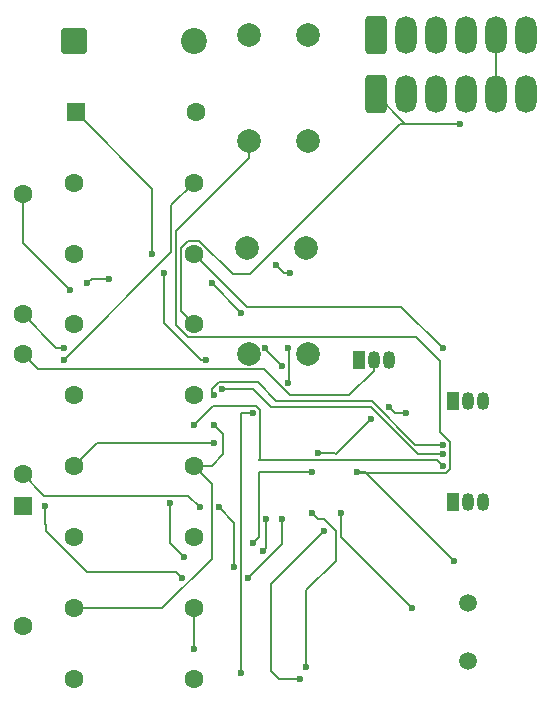
<source format=gbr>
%TF.GenerationSoftware,KiCad,Pcbnew,9.0.2*%
%TF.CreationDate,2025-06-01T20:36:06+02:00*%
%TF.ProjectId,IBIS,49424953-2e6b-4696-9361-645f70636258,rev?*%
%TF.SameCoordinates,Original*%
%TF.FileFunction,Copper,L2,Bot*%
%TF.FilePolarity,Positive*%
%FSLAX46Y46*%
G04 Gerber Fmt 4.6, Leading zero omitted, Abs format (unit mm)*
G04 Created by KiCad (PCBNEW 9.0.2) date 2025-06-01 20:36:06*
%MOMM*%
%LPD*%
G01*
G04 APERTURE LIST*
G04 Aperture macros list*
%AMRoundRect*
0 Rectangle with rounded corners*
0 $1 Rounding radius*
0 $2 $3 $4 $5 $6 $7 $8 $9 X,Y pos of 4 corners*
0 Add a 4 corners polygon primitive as box body*
4,1,4,$2,$3,$4,$5,$6,$7,$8,$9,$2,$3,0*
0 Add four circle primitives for the rounded corners*
1,1,$1+$1,$2,$3*
1,1,$1+$1,$4,$5*
1,1,$1+$1,$6,$7*
1,1,$1+$1,$8,$9*
0 Add four rect primitives between the rounded corners*
20,1,$1+$1,$2,$3,$4,$5,0*
20,1,$1+$1,$4,$5,$6,$7,0*
20,1,$1+$1,$6,$7,$8,$9,0*
20,1,$1+$1,$8,$9,$2,$3,0*%
G04 Aperture macros list end*
%TA.AperFunction,ComponentPad*%
%ADD10R,1.050000X1.500000*%
%TD*%
%TA.AperFunction,ComponentPad*%
%ADD11O,1.050000X1.500000*%
%TD*%
%TA.AperFunction,ComponentPad*%
%ADD12C,1.600000*%
%TD*%
%TA.AperFunction,ComponentPad*%
%ADD13C,2.000000*%
%TD*%
%TA.AperFunction,ComponentPad*%
%ADD14RoundRect,0.250000X-0.550000X0.550000X-0.550000X-0.550000X0.550000X-0.550000X0.550000X0.550000X0*%
%TD*%
%TA.AperFunction,ComponentPad*%
%ADD15RoundRect,0.250000X-0.650000X-1.350000X0.650000X-1.350000X0.650000X1.350000X-0.650000X1.350000X0*%
%TD*%
%TA.AperFunction,ComponentPad*%
%ADD16O,1.800000X3.200000*%
%TD*%
%TA.AperFunction,ComponentPad*%
%ADD17RoundRect,0.250000X-0.550000X-0.550000X0.550000X-0.550000X0.550000X0.550000X-0.550000X0.550000X0*%
%TD*%
%TA.AperFunction,ComponentPad*%
%ADD18C,1.500000*%
%TD*%
%TA.AperFunction,ComponentPad*%
%ADD19RoundRect,0.249999X-0.850001X-0.850001X0.850001X-0.850001X0.850001X0.850001X-0.850001X0.850001X0*%
%TD*%
%TA.AperFunction,ComponentPad*%
%ADD20C,2.200000*%
%TD*%
%TA.AperFunction,ViaPad*%
%ADD21C,0.600000*%
%TD*%
%TA.AperFunction,Conductor*%
%ADD22C,0.200000*%
%TD*%
G04 APERTURE END LIST*
D10*
%TO.P,T2,1,C*%
%TO.N,Net-(T2-C)*%
X90460000Y-85000000D03*
D11*
%TO.P,T2,2,B*%
%TO.N,Net-(D2-A)*%
X91730000Y-85000000D03*
%TO.P,T2,3,E*%
%TO.N,Net-(D2-K)*%
X93000000Y-85000000D03*
%TD*%
D12*
%TO.P,R1,1*%
%TO.N,Net-(U1-TXD)*%
X54000000Y-82660000D03*
%TO.P,R1,2*%
%TO.N,Net-(T0-B)*%
X54000000Y-72500000D03*
%TD*%
D13*
%TO.P,C3,1*%
%TO.N,Net-(U1-V3)*%
X73000000Y-63500000D03*
%TO.P,C3,2*%
%TO.N,GND*%
X78000000Y-63500000D03*
%TD*%
%TO.P,C2,1*%
%TO.N,Net-(U1-XO)*%
X73140000Y-54500000D03*
%TO.P,C2,2*%
%TO.N,GND*%
X78140000Y-54500000D03*
%TD*%
D12*
%TO.P,R4,1*%
%TO.N,GND*%
X58340000Y-64000000D03*
%TO.P,R4,2*%
%TO.N,Net-(D1-K)*%
X68500000Y-64000000D03*
%TD*%
D13*
%TO.P,C4,1*%
%TO.N,VCC*%
X73140000Y-72500000D03*
%TO.P,C4,2*%
%TO.N,GND*%
X78140000Y-72500000D03*
%TD*%
D12*
%TO.P,R8,1*%
%TO.N,Net-(D2-A)*%
X58340000Y-88000000D03*
%TO.P,R8,2*%
%TO.N,Net-(J2-Pin_2)*%
X68500000Y-88000000D03*
%TD*%
%TO.P,R3,1*%
%TO.N,/DTR*%
X58340000Y-58000000D03*
%TO.P,R3,2*%
%TO.N,Net-(R3-Pad2)*%
X68500000Y-58000000D03*
%TD*%
D10*
%TO.P,T0,1,C*%
%TO.N,GND*%
X82460000Y-73000000D03*
D11*
%TO.P,T0,2,B*%
%TO.N,Net-(T0-B)*%
X83730000Y-73000000D03*
%TO.P,T0,3,E*%
%TO.N,Net-(J2-Pin_5)*%
X85000000Y-73000000D03*
%TD*%
D14*
%TO.P,D1,1,K*%
%TO.N,Net-(D1-K)*%
X54000000Y-85340000D03*
D12*
%TO.P,D1,2,A*%
%TO.N,GND*%
X54000000Y-95500000D03*
%TD*%
%TO.P,R5,1*%
%TO.N,Net-(J2-Pin_5)*%
X58340000Y-70000000D03*
%TO.P,R5,2*%
%TO.N,Net-(J2-Pin_1)*%
X68500000Y-70000000D03*
%TD*%
D15*
%TO.P,J2,1,Pin_1*%
%TO.N,Net-(J2-Pin_1)*%
X83890000Y-45500000D03*
X83890000Y-50500000D03*
D16*
%TO.P,J2,2,Pin_2*%
%TO.N,Net-(J2-Pin_2)*%
X86430000Y-45500000D03*
X86430000Y-50500000D03*
%TO.P,J2,3,Pin_3*%
%TO.N,GND*%
X88970000Y-45500000D03*
X88970000Y-50500000D03*
%TO.P,J2,4,Pin_4*%
X91510000Y-45500000D03*
X91510000Y-50500000D03*
%TO.P,J2,5,Pin_5*%
%TO.N,Net-(J2-Pin_5)*%
X94050000Y-45500000D03*
X94050000Y-50500000D03*
%TO.P,J2,6,Pin_6*%
%TO.N,GND*%
X96590000Y-45500000D03*
X96590000Y-50500000D03*
%TD*%
D17*
%TO.P,D2,1,K*%
%TO.N,Net-(D2-K)*%
X58500000Y-52000000D03*
D12*
%TO.P,D2,2,A*%
%TO.N,Net-(D2-A)*%
X68660000Y-52000000D03*
%TD*%
D18*
%TO.P,X1,1,1*%
%TO.N,Net-(U1-XI)*%
X91730000Y-98500000D03*
%TO.P,X1,2,2*%
%TO.N,Net-(U1-XO)*%
X91730000Y-93620000D03*
%TD*%
D12*
%TO.P,R6,1*%
%TO.N,Net-(R3-Pad2)*%
X58340000Y-76000000D03*
%TO.P,R6,2*%
%TO.N,Net-(T2-C)*%
X68500000Y-76000000D03*
%TD*%
D19*
%TO.P,D3,1,K*%
%TO.N,Net-(D2-K)*%
X58340000Y-46000000D03*
D20*
%TO.P,D3,2,A*%
%TO.N,GND*%
X68500000Y-46000000D03*
%TD*%
D10*
%TO.P,T1,1,C*%
%TO.N,GND*%
X90460000Y-76500000D03*
D11*
%TO.P,T1,2,B*%
%TO.N,Net-(D1-K)*%
X91730000Y-76500000D03*
%TO.P,T1,3,E*%
%TO.N,Net-(J2-Pin_1)*%
X93000000Y-76500000D03*
%TD*%
D12*
%TO.P,R9,1*%
%TO.N,Net-(D2-K)*%
X58340000Y-94000000D03*
%TO.P,R9,2*%
%TO.N,Net-(J2-Pin_5)*%
X68500000Y-94000000D03*
%TD*%
%TO.P,R7,1*%
%TO.N,Net-(D2-A)*%
X58340000Y-82000000D03*
%TO.P,R7,2*%
%TO.N,Net-(D2-K)*%
X68500000Y-82000000D03*
%TD*%
D13*
%TO.P,C1,1*%
%TO.N,Net-(U1-XI)*%
X73140000Y-45500000D03*
%TO.P,C1,2*%
%TO.N,GND*%
X78140000Y-45500000D03*
%TD*%
D12*
%TO.P,R2,1*%
%TO.N,/RXD*%
X54000000Y-69160000D03*
%TO.P,R2,2*%
%TO.N,Net-(T2-C)*%
X54000000Y-59000000D03*
%TD*%
%TO.P,R10,1*%
%TO.N,Net-(J2-Pin_2)*%
X58340000Y-100000000D03*
%TO.P,R10,2*%
%TO.N,Net-(J2-Pin_5)*%
X68500000Y-100000000D03*
%TD*%
D21*
%TO.N,Net-(D2-K)*%
X70201000Y-76000000D03*
X69500000Y-73000000D03*
X70201000Y-78500000D03*
X65977510Y-65673960D03*
X65000000Y-64000000D03*
X89570000Y-80199997D03*
%TO.N,Net-(D1-K)*%
X89570000Y-72000000D03*
X61344265Y-66155735D03*
X59500000Y-66500000D03*
%TO.N,Net-(J2-Pin_1)*%
X91000000Y-53000000D03*
%TO.N,Net-(T2-C)*%
X68500000Y-78500000D03*
X89570000Y-82000000D03*
X58000000Y-67100000D03*
%TO.N,Net-(D2-A)*%
X70900000Y-75500000D03*
X70201000Y-80000000D03*
X89570000Y-81000000D03*
%TO.N,Net-(J1-D+)*%
X78000000Y-99000000D03*
X78500000Y-86000000D03*
%TO.N,VCC*%
X72500000Y-99500000D03*
X73500000Y-77500000D03*
%TO.N,Net-(U1-XI)*%
X81000000Y-86000000D03*
X87000000Y-94000000D03*
%TO.N,Net-(U1-XO)*%
X82304000Y-82500000D03*
X90500000Y-90000000D03*
%TO.N,Net-(U1-TXD)*%
X71900000Y-90500000D03*
X74338235Y-89161765D03*
X74600000Y-86500000D03*
X69000000Y-85500000D03*
X70600000Y-85500000D03*
%TO.N,Net-(U1-V3)*%
X76500000Y-72000000D03*
X76500000Y-75000000D03*
X75500000Y-65000000D03*
X76674265Y-65674265D03*
%TO.N,Net-(J1-D-)*%
X79500000Y-87500000D03*
X77500000Y-100000000D03*
%TO.N,Net-(J2-Pin_2)*%
X78500000Y-82500000D03*
X85000000Y-77000000D03*
X83504000Y-78000000D03*
X79000000Y-80900000D03*
X73500000Y-88500000D03*
X86500000Y-77500000D03*
%TO.N,Net-(J2-Pin_5)*%
X67500000Y-91500000D03*
X68500000Y-97500000D03*
X55863080Y-85363080D03*
%TO.N,/RXD*%
X57500000Y-72000000D03*
X76000000Y-86500000D03*
X66500000Y-85100000D03*
X67674265Y-89674265D03*
X73100000Y-91500000D03*
%TO.N,/DTR*%
X74547870Y-71982401D03*
X72500000Y-69000000D03*
X76000000Y-73500000D03*
X70000000Y-66500000D03*
%TO.N,Net-(R3-Pad2)*%
X57500000Y-73000000D03*
%TD*%
D22*
%TO.N,Net-(D2-K)*%
X73899000Y-74899000D02*
X70601000Y-74899000D01*
X58340000Y-94000000D02*
X65849943Y-94000000D01*
X89570000Y-80199997D02*
X87267097Y-80199997D01*
X71000000Y-81000000D02*
X70000000Y-82000000D01*
X58500000Y-52000000D02*
X65000000Y-58500000D01*
X65977510Y-65673960D02*
X65977510Y-69877510D01*
X83567100Y-76500000D02*
X75500000Y-76500000D01*
X71000000Y-79299000D02*
X71000000Y-81000000D01*
X87267097Y-80199997D02*
X83567100Y-76500000D01*
X70000000Y-75500000D02*
X70000000Y-76000000D01*
X70000000Y-89849943D02*
X70000000Y-83500000D01*
X70000000Y-76000000D02*
X70201000Y-76000000D01*
X65849943Y-94000000D02*
X70000000Y-89849943D01*
X70601000Y-74899000D02*
X70000000Y-75500000D01*
X70000000Y-83500000D02*
X68500000Y-82000000D01*
X69100000Y-73000000D02*
X69500000Y-73000000D01*
X70000000Y-82000000D02*
X68500000Y-82000000D01*
X65000000Y-58500000D02*
X65000000Y-64000000D01*
X70201000Y-78500000D02*
X71000000Y-79299000D01*
X65977510Y-69877510D02*
X69100000Y-73000000D01*
X75500000Y-76500000D02*
X73899000Y-74899000D01*
%TO.N,Net-(D1-K)*%
X61344265Y-66155735D02*
X59844265Y-66155735D01*
X89570000Y-72000000D02*
X86070000Y-68500000D01*
X73000000Y-68500000D02*
X68500000Y-64000000D01*
X59844265Y-66155735D02*
X59500000Y-66500000D01*
X86070000Y-68500000D02*
X73000000Y-68500000D01*
%TO.N,Net-(J2-Pin_1)*%
X86000000Y-53000000D02*
X73273500Y-65726500D01*
X86390000Y-53000000D02*
X83890000Y-50500000D01*
X68956050Y-62899000D02*
X68043950Y-62899000D01*
X86500000Y-53000000D02*
X86390000Y-53000000D01*
X91000000Y-53000000D02*
X86500000Y-53000000D01*
X68043950Y-62899000D02*
X67399000Y-63543950D01*
X67399000Y-68899000D02*
X68500000Y-70000000D01*
X86500000Y-53000000D02*
X86000000Y-53000000D01*
X67399000Y-63543950D02*
X67399000Y-68899000D01*
X73273500Y-65726500D02*
X71783550Y-65726500D01*
X71783550Y-65726500D02*
X68956050Y-62899000D01*
%TO.N,Net-(T2-C)*%
X89570000Y-82000000D02*
X89070000Y-81500000D01*
X74101000Y-77251057D02*
X74101000Y-81399000D01*
X58000000Y-67100000D02*
X54000000Y-63100000D01*
X70101000Y-76899000D02*
X73748943Y-76899000D01*
X68500000Y-78500000D02*
X70101000Y-76899000D01*
X74101000Y-81399000D02*
X74000000Y-81500000D01*
X89070000Y-81500000D02*
X74000000Y-81500000D01*
X54000000Y-63100000D02*
X54000000Y-59000000D01*
X73748943Y-76899000D02*
X74101000Y-77251057D01*
%TO.N,Net-(D2-A)*%
X70201000Y-80000000D02*
X60340000Y-80000000D01*
X87500000Y-81000000D02*
X83500000Y-77000000D01*
X89570000Y-81000000D02*
X87500000Y-81000000D01*
X60340000Y-80000000D02*
X58340000Y-82000000D01*
X75000000Y-77000000D02*
X73500000Y-75500000D01*
X73500000Y-75500000D02*
X70900000Y-75500000D01*
X83500000Y-77000000D02*
X75000000Y-77000000D01*
%TO.N,Net-(J1-D+)*%
X79000000Y-86500000D02*
X79500000Y-86500000D01*
X80500000Y-87500000D02*
X80500000Y-90000000D01*
X78500000Y-86000000D02*
X79000000Y-86500000D01*
X80500000Y-90000000D02*
X78000000Y-92500000D01*
X79500000Y-86500000D02*
X80500000Y-87500000D01*
X78000000Y-92500000D02*
X78000000Y-99000000D01*
%TO.N,VCC*%
X73500000Y-77500000D02*
X72500000Y-77500000D01*
X72500000Y-99500000D02*
X72500000Y-77500000D01*
%TO.N,Net-(U1-XI)*%
X81000000Y-88000000D02*
X87000000Y-94000000D01*
X81000000Y-86000000D02*
X81000000Y-88000000D01*
%TO.N,Net-(T0-B)*%
X83730000Y-73950000D02*
X83730000Y-73000000D01*
X76650057Y-76000000D02*
X81680000Y-76000000D01*
X74451057Y-73801000D02*
X76650057Y-76000000D01*
X54000000Y-72500000D02*
X55301000Y-73801000D01*
X81680000Y-76000000D02*
X83730000Y-73950000D01*
X55301000Y-73801000D02*
X74451057Y-73801000D01*
%TO.N,Net-(U1-XO)*%
X73140000Y-55914213D02*
X73140000Y-54500000D01*
X90500000Y-90000000D02*
X83000000Y-82500000D01*
X68043950Y-71101000D02*
X66998000Y-70055050D01*
X66998000Y-70055050D02*
X66998000Y-62056213D01*
X83000000Y-82500000D02*
X82500000Y-82500000D01*
X90171000Y-79951054D02*
X89321057Y-79101111D01*
X89321057Y-79101111D02*
X89321057Y-73098886D01*
X89818943Y-82601000D02*
X90171000Y-82248943D01*
X89321057Y-73098886D02*
X87323171Y-71101000D01*
X82405000Y-82601000D02*
X89818943Y-82601000D01*
X66998000Y-62056213D02*
X73140000Y-55914213D01*
X90171000Y-82248943D02*
X90171000Y-79951054D01*
X82304000Y-82500000D02*
X82405000Y-82601000D01*
X87323171Y-71101000D02*
X68043950Y-71101000D01*
%TO.N,Net-(U1-TXD)*%
X71900000Y-86800000D02*
X71900000Y-90500000D01*
X61500000Y-84500000D02*
X68000000Y-84500000D01*
X68000000Y-84500000D02*
X69000000Y-85500000D01*
X70600000Y-85500000D02*
X71900000Y-86800000D01*
X54000000Y-82660000D02*
X55840000Y-84500000D01*
X74600000Y-88900000D02*
X74600000Y-86500000D01*
X55840000Y-84500000D02*
X61500000Y-84500000D01*
X74338235Y-89161765D02*
X74600000Y-88900000D01*
%TO.N,Net-(U1-V3)*%
X76601000Y-72101000D02*
X76500000Y-72000000D01*
X76674265Y-65674265D02*
X76174265Y-65674265D01*
X76601000Y-74899000D02*
X76601000Y-72101000D01*
X76500000Y-75000000D02*
X76601000Y-74899000D01*
X76174265Y-65674265D02*
X75500000Y-65000000D01*
%TO.N,Net-(J1-D-)*%
X75000000Y-92000000D02*
X75000000Y-99307785D01*
X75000000Y-99307785D02*
X75692215Y-100000000D01*
X75692215Y-100000000D02*
X77500000Y-100000000D01*
X79500000Y-87500000D02*
X75000000Y-92000000D01*
%TO.N,Net-(J2-Pin_2)*%
X86500000Y-77500000D02*
X85500000Y-77500000D01*
X80504000Y-81000000D02*
X80404000Y-80900000D01*
X78500000Y-82500000D02*
X74000000Y-82500000D01*
X80404000Y-80900000D02*
X79000000Y-80900000D01*
X83504000Y-78000000D02*
X80504000Y-81000000D01*
X74000000Y-82500000D02*
X74000000Y-88000000D01*
X85500000Y-77500000D02*
X85000000Y-77000000D01*
X74000000Y-88000000D02*
X73500000Y-88500000D01*
%TO.N,Net-(J2-Pin_5)*%
X94050000Y-45500000D02*
X94050000Y-50500000D01*
X56000000Y-87000000D02*
X55863080Y-86863080D01*
X68500000Y-97500000D02*
X68500000Y-94000000D01*
X67500000Y-91500000D02*
X67000000Y-91000000D01*
X59500000Y-91000000D02*
X56000000Y-87500000D01*
X67000000Y-91000000D02*
X59500000Y-91000000D01*
X55863080Y-86863080D02*
X55863080Y-85363080D01*
X56000000Y-87500000D02*
X56000000Y-87000000D01*
%TO.N,/RXD*%
X76000000Y-88600000D02*
X73100000Y-91500000D01*
X66500000Y-88500000D02*
X66500000Y-85100000D01*
X56840000Y-72000000D02*
X54000000Y-69160000D01*
X57500000Y-72000000D02*
X56840000Y-72000000D01*
X76000000Y-86500000D02*
X76000000Y-88600000D01*
X67674265Y-89674265D02*
X66500000Y-88500000D01*
%TO.N,/DTR*%
X74547870Y-72047870D02*
X74547870Y-71982401D01*
X72500000Y-69000000D02*
X70000000Y-66500000D01*
X76000000Y-73500000D02*
X74547870Y-72047870D01*
%TO.N,Net-(R3-Pad2)*%
X66597000Y-63903000D02*
X66597000Y-59903000D01*
X57500000Y-73000000D02*
X66597000Y-63903000D01*
X66597000Y-59903000D02*
X68500000Y-58000000D01*
%TD*%
M02*

</source>
